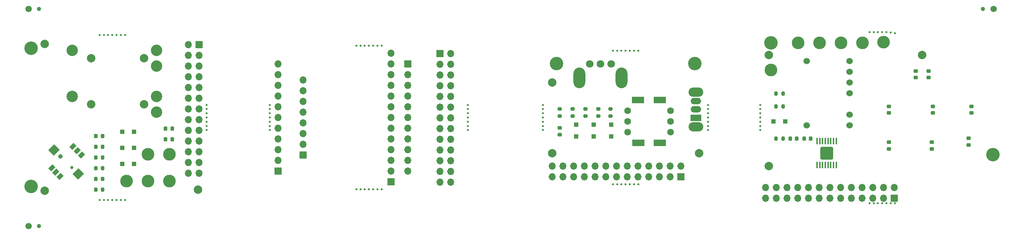
<source format=gts>
G04 #@! TF.GenerationSoftware,KiCad,Pcbnew,7.0.9*
G04 #@! TF.CreationDate,2024-12-23T13:01:39-05:00*
G04 #@! TF.ProjectId,pods_panel,706f6473-5f70-4616-9e65-6c2e6b696361,rev?*
G04 #@! TF.SameCoordinates,Original*
G04 #@! TF.FileFunction,Soldermask,Top*
G04 #@! TF.FilePolarity,Negative*
%FSLAX46Y46*%
G04 Gerber Fmt 4.6, Leading zero omitted, Abs format (unit mm)*
G04 Created by KiCad (PCBNEW 7.0.9) date 2024-12-23 13:01:39*
%MOMM*%
%LPD*%
G01*
G04 APERTURE LIST*
G04 Aperture macros list*
%AMRoundRect*
0 Rectangle with rounded corners*
0 $1 Rounding radius*
0 $2 $3 $4 $5 $6 $7 $8 $9 X,Y pos of 4 corners*
0 Add a 4 corners polygon primitive as box body*
4,1,4,$2,$3,$4,$5,$6,$7,$8,$9,$2,$3,0*
0 Add four circle primitives for the rounded corners*
1,1,$1+$1,$2,$3*
1,1,$1+$1,$4,$5*
1,1,$1+$1,$6,$7*
1,1,$1+$1,$8,$9*
0 Add four rect primitives between the rounded corners*
20,1,$1+$1,$2,$3,$4,$5,0*
20,1,$1+$1,$4,$5,$6,$7,0*
20,1,$1+$1,$6,$7,$8,$9,0*
20,1,$1+$1,$8,$9,$2,$3,0*%
%AMRotRect*
0 Rectangle, with rotation*
0 The origin of the aperture is its center*
0 $1 length*
0 $2 width*
0 $3 Rotation angle, in degrees counterclockwise*
0 Add horizontal line*
21,1,$1,$2,0,0,$3*%
G04 Aperture macros list end*
%ADD10C,0.500000*%
%ADD11C,2.000000*%
%ADD12RoundRect,0.218750X-0.256250X0.218750X-0.256250X-0.218750X0.256250X-0.218750X0.256250X0.218750X0*%
%ADD13C,1.000000*%
%ADD14R,1.100000X1.100000*%
%ADD15C,3.000000*%
%ADD16C,3.200000*%
%ADD17RoundRect,0.200000X-0.200000X-0.275000X0.200000X-0.275000X0.200000X0.275000X-0.200000X0.275000X0*%
%ADD18RoundRect,0.200000X0.200000X0.275000X-0.200000X0.275000X-0.200000X-0.275000X0.200000X-0.275000X0*%
%ADD19R,1.700000X1.700000*%
%ADD20O,1.700000X1.700000*%
%ADD21RoundRect,0.225000X0.225000X0.250000X-0.225000X0.250000X-0.225000X-0.250000X0.225000X-0.250000X0*%
%ADD22O,2.800000X4.900000*%
%ADD23C,1.800000*%
%ADD24RoundRect,0.218750X0.218750X0.256250X-0.218750X0.256250X-0.218750X-0.256250X0.218750X-0.256250X0*%
%ADD25R,3.000000X1.500000*%
%ADD26C,1.600000*%
%ADD27C,1.500000*%
%ADD28RoundRect,0.100000X0.100000X-0.675000X0.100000X0.675000X-0.100000X0.675000X-0.100000X-0.675000X0*%
%ADD29RoundRect,0.249999X1.250001X-1.250001X1.250001X1.250001X-1.250001X1.250001X-1.250001X-1.250001X0*%
%ADD30RoundRect,0.200000X-0.275000X0.200000X-0.275000X-0.200000X0.275000X-0.200000X0.275000X0.200000X0*%
%ADD31C,2.700000*%
%ADD32RoundRect,0.200000X0.275000X-0.200000X0.275000X0.200000X-0.275000X0.200000X-0.275000X-0.200000X0*%
%ADD33RoundRect,0.225000X-0.225000X-0.250000X0.225000X-0.250000X0.225000X0.250000X-0.225000X0.250000X0*%
%ADD34RoundRect,0.225000X-0.250000X0.225000X-0.250000X-0.225000X0.250000X-0.225000X0.250000X0.225000X0*%
%ADD35O,3.500000X2.200000*%
%ADD36R,2.500000X1.500000*%
%ADD37O,2.500000X1.500000*%
%ADD38C,1.524000*%
%ADD39RotRect,2.000000X1.800000X225.000000*%
%ADD40C,0.750000*%
%ADD41C,1.050000*%
%ADD42RotRect,1.350000X1.000000X225.000000*%
G04 APERTURE END LIST*
D10*
G04 #@! TO.C,KiKit_MB_3_2*
X238413444Y-68555410D03*
G04 #@! TD*
D11*
G04 #@! TO.C,FID3*
X245874944Y-33461410D03*
G04 #@! TD*
D12*
G04 #@! TO.C,D7*
X248160944Y-54136910D03*
X248160944Y-55711910D03*
G04 #@! TD*
D10*
G04 #@! TO.C,KiKit_MB_3_3*
X237413444Y-68555410D03*
G04 #@! TD*
D13*
G04 #@! TO.C,KiKit_FID_T_1*
X36694056Y-22500000D03*
G04 #@! TD*
D10*
G04 #@! TO.C,KiKit_MB_13_4*
X175625066Y-32404033D03*
G04 #@! TD*
G04 #@! TO.C,KiKit_MB_5_4*
X138285811Y-48274533D03*
G04 #@! TD*
G04 #@! TO.C,KiKit_MB_3_6*
X234413444Y-68555410D03*
G04 #@! TD*
D14*
G04 #@! TO.C,TVS4*
X163966566Y-50003033D03*
X163966566Y-52803033D03*
G04 #@! TD*
D10*
G04 #@! TO.C,KiKit_MB_11_6*
X156092566Y-46274533D03*
G04 #@! TD*
G04 #@! TO.C,KiKit_MB_10_4*
X54041556Y-67807033D03*
G04 #@! TD*
G04 #@! TO.C,KiKit_MB_2_5*
X237419334Y-28067067D03*
G04 #@! TD*
G04 #@! TO.C,KiKit_MB_6_4*
X114833311Y-31282033D03*
G04 #@! TD*
G04 #@! TO.C,KiKit_MB_11_4*
X156092566Y-48274533D03*
G04 #@! TD*
G04 #@! TO.C,KiKit_MB_9_2*
X52041556Y-28742033D03*
G04 #@! TD*
D15*
G04 #@! TO.C,KEY*
X231777944Y-30540410D03*
G04 #@! TD*
D10*
G04 #@! TO.C,KiKit_MB_7_2*
X116833311Y-65267033D03*
G04 #@! TD*
D16*
G04 #@! TO.C,H6*
X262638944Y-57083410D03*
G04 #@! TD*
D17*
G04 #@! TO.C,R12*
X211267944Y-53273410D03*
X212917944Y-53273410D03*
G04 #@! TD*
D10*
G04 #@! TO.C,KiKit_MB_1_1*
X207520944Y-51274533D03*
G04 #@! TD*
D18*
G04 #@! TO.C,R4*
X51772056Y-60314033D03*
X50122056Y-60314033D03*
G04 #@! TD*
D10*
G04 #@! TO.C,KiKit_MB_2_6*
X238417538Y-28149018D03*
G04 #@! TD*
D19*
G04 #@! TO.C,J8*
X239270944Y-67370410D03*
D20*
X239270944Y-64830410D03*
X236730944Y-67370410D03*
X236730944Y-64830410D03*
X234190944Y-67370410D03*
X234190944Y-64830410D03*
X231650944Y-67370410D03*
X231650944Y-64830410D03*
X229110944Y-67370410D03*
X229110944Y-64830410D03*
X226570944Y-67370410D03*
X226570944Y-64830410D03*
X224030944Y-67370410D03*
X224030944Y-64830410D03*
X221490944Y-67370410D03*
X221490944Y-64830410D03*
X218950944Y-67370410D03*
X218950944Y-64830410D03*
X216410944Y-67370410D03*
X216410944Y-64830410D03*
X213870944Y-67370410D03*
X213870944Y-64830410D03*
X211330944Y-67370410D03*
X211330944Y-64830410D03*
X208790944Y-67370410D03*
X208790944Y-64830410D03*
G04 #@! TD*
D10*
G04 #@! TO.C,KiKit_MB_14_7*
X172625066Y-64145033D03*
G04 #@! TD*
G04 #@! TO.C,KiKit_MB_4_5*
X91380811Y-47274533D03*
G04 #@! TD*
D19*
G04 #@! TO.C,J5*
X93285811Y-60949033D03*
D20*
X93285811Y-58409033D03*
X93285811Y-55869033D03*
X93285811Y-53329033D03*
X93285811Y-50789033D03*
X93285811Y-48249033D03*
X93285811Y-45709033D03*
X93285811Y-43169033D03*
X93285811Y-40629033D03*
X93285811Y-38089033D03*
X93285811Y-35549033D03*
G04 #@! TD*
D15*
G04 #@! TO.C,3V3*
X67584056Y-57012033D03*
G04 #@! TD*
D10*
G04 #@! TO.C,KiKit_MB_4_6*
X91380811Y-46274533D03*
G04 #@! TD*
G04 #@! TO.C,KiKit_MB_7_5*
X113833311Y-65267033D03*
G04 #@! TD*
G04 #@! TO.C,KiKit_MB_12_4*
X195157566Y-48274533D03*
G04 #@! TD*
D18*
G04 #@! TO.C,R5*
X51772056Y-62854033D03*
X50122056Y-62854033D03*
G04 #@! TD*
D10*
G04 #@! TO.C,KiKit_MB_14_1*
X178625066Y-64145033D03*
G04 #@! TD*
D21*
G04 #@! TO.C,C3*
X68232056Y-53456033D03*
X66682056Y-53456033D03*
G04 #@! TD*
D10*
G04 #@! TO.C,KiKit_MB_6_1*
X111833311Y-31282033D03*
G04 #@! TD*
D12*
G04 #@! TO.C,D6*
X238000944Y-54136910D03*
X238000944Y-55711910D03*
G04 #@! TD*
G04 #@! TO.C,D3*
X238000944Y-45627910D03*
X238000944Y-47202910D03*
G04 #@! TD*
D22*
G04 #@! TO.C,RV3*
X164681566Y-38907033D03*
X174681566Y-38907033D03*
D23*
X172181566Y-35607033D03*
X169681566Y-35607033D03*
X167181566Y-35607033D03*
G04 #@! TD*
D10*
G04 #@! TO.C,KiKit_MB_9_4*
X54041556Y-28742033D03*
G04 #@! TD*
G04 #@! TO.C,KiKit_MB_12_3*
X195157566Y-47274533D03*
G04 #@! TD*
G04 #@! TO.C,KiKit_MB_5_3*
X138285811Y-47274533D03*
G04 #@! TD*
D19*
G04 #@! TO.C,J1*
X131639811Y-33136033D03*
D20*
X134179811Y-33136033D03*
X131639811Y-35676033D03*
X134179811Y-35676033D03*
X131639811Y-38216033D03*
X134179811Y-38216033D03*
X131639811Y-40756033D03*
X134179811Y-40756033D03*
X131639811Y-43296033D03*
X134179811Y-43296033D03*
X131639811Y-45836033D03*
X134179811Y-45836033D03*
X131639811Y-48376033D03*
X134179811Y-48376033D03*
X131639811Y-50916033D03*
X134179811Y-50916033D03*
X131639811Y-53456033D03*
X134179811Y-53456033D03*
X131639811Y-55996033D03*
X134179811Y-55996033D03*
X131639811Y-58536033D03*
X134179811Y-58536033D03*
X131639811Y-61076033D03*
X134179811Y-61076033D03*
X131639811Y-63616033D03*
X134179811Y-63616033D03*
G04 #@! TD*
D11*
G04 #@! TO.C,FID1*
X74315056Y-65394033D03*
G04 #@! TD*
D10*
G04 #@! TO.C,KiKit_MB_8_5*
X76389056Y-49274533D03*
G04 #@! TD*
D15*
G04 #@! TO.C,BRAKE*
X57424056Y-63362033D03*
G04 #@! TD*
D24*
G04 #@! TO.C,R1*
X51734556Y-52694033D03*
X50159556Y-52694033D03*
G04 #@! TD*
D10*
G04 #@! TO.C,KiKit_MB_2_4*
X236419086Y-28009571D03*
G04 #@! TD*
G04 #@! TO.C,KiKit_MB_3_5*
X235413444Y-68555410D03*
G04 #@! TD*
G04 #@! TO.C,KiKit_MB_1_5*
X207520944Y-47274533D03*
G04 #@! TD*
D25*
G04 #@! TO.C,SW3*
X183778566Y-54324033D03*
X183778566Y-44164033D03*
X178698566Y-54324033D03*
X178588566Y-44164033D03*
D26*
X186318566Y-51784033D03*
X176158566Y-51784033D03*
X186318566Y-49244033D03*
X176158566Y-49244033D03*
X186318566Y-46704033D03*
X176158566Y-46704033D03*
G04 #@! TD*
D10*
G04 #@! TO.C,KiKit_MB_10_1*
X57041556Y-67807033D03*
G04 #@! TD*
D12*
G04 #@! TO.C,D8*
X256923944Y-53197110D03*
X256923944Y-54772110D03*
G04 #@! TD*
D16*
G04 #@! TO.C,H2*
X34818056Y-31866033D03*
G04 #@! TD*
D11*
G04 #@! TO.C,FID2*
X209552944Y-33461410D03*
G04 #@! TD*
D10*
G04 #@! TO.C,KiKit_MB_14_5*
X174625066Y-64145033D03*
G04 #@! TD*
D27*
G04 #@! TO.C,KiKit_TO_3*
X34194056Y-74055410D03*
G04 #@! TD*
D10*
G04 #@! TO.C,KiKit_MB_6_6*
X116833311Y-31282033D03*
G04 #@! TD*
G04 #@! TO.C,KiKit_MB_11_7*
X156092566Y-45274533D03*
G04 #@! TD*
D12*
G04 #@! TO.C,D4*
X248414944Y-45627910D03*
X248414944Y-47202910D03*
G04 #@! TD*
D16*
G04 #@! TO.C,H3*
X159267566Y-35528033D03*
G04 #@! TD*
D10*
G04 #@! TO.C,KiKit_MB_11_5*
X156092566Y-47274533D03*
G04 #@! TD*
D15*
G04 #@! TO.C,OE*
X236730944Y-30413410D03*
G04 #@! TD*
D10*
G04 #@! TO.C,KiKit_MB_12_2*
X195157566Y-46274533D03*
G04 #@! TD*
D28*
G04 #@! TO.C,U1*
X220993944Y-59577410D03*
X221643944Y-59577410D03*
X222293944Y-59577410D03*
X222943944Y-59577410D03*
X223593944Y-59577410D03*
X224243944Y-59577410D03*
X224893944Y-59577410D03*
X225543944Y-59577410D03*
X225543944Y-53827410D03*
X224893944Y-53827410D03*
X224243944Y-53827410D03*
X223593944Y-53827410D03*
X222943944Y-53827410D03*
X222293944Y-53827410D03*
X221643944Y-53827410D03*
X220993944Y-53827410D03*
D29*
X223268944Y-56702410D03*
G04 #@! TD*
D15*
G04 #@! TO.C,ACCEL*
X62504056Y-63362033D03*
G04 #@! TD*
D17*
G04 #@! TO.C,R14*
X211267944Y-45653410D03*
X212917944Y-45653410D03*
G04 #@! TD*
D10*
G04 #@! TO.C,KiKit_MB_13_5*
X176625066Y-32404033D03*
G04 #@! TD*
G04 #@! TO.C,KiKit_MB_7_7*
X111833311Y-65267033D03*
G04 #@! TD*
D27*
G04 #@! TO.C,KiKit_TO_2*
X262805944Y-22500000D03*
G04 #@! TD*
D15*
G04 #@! TO.C,LE*
X226697944Y-30540410D03*
G04 #@! TD*
D10*
G04 #@! TO.C,KiKit_MB_2_2*
X234415344Y-28000007D03*
G04 #@! TD*
G04 #@! TO.C,KiKit_MB_12_6*
X195157566Y-50274533D03*
G04 #@! TD*
G04 #@! TO.C,KiKit_MB_11_1*
X156092566Y-51274533D03*
G04 #@! TD*
G04 #@! TO.C,KiKit_MB_4_2*
X91380811Y-50274533D03*
G04 #@! TD*
D30*
G04 #@! TO.C,R10*
X169173566Y-46260033D03*
X169173566Y-47910033D03*
G04 #@! TD*
D12*
G04 #@! TO.C,D2*
X247398944Y-37245910D03*
X247398944Y-38820910D03*
G04 #@! TD*
D10*
G04 #@! TO.C,KiKit_MB_13_2*
X173625066Y-32404033D03*
G04 #@! TD*
G04 #@! TO.C,KiKit_MB_5_5*
X138285811Y-49274533D03*
G04 #@! TD*
G04 #@! TO.C,KiKit_MB_10_7*
X51041556Y-67807033D03*
G04 #@! TD*
G04 #@! TO.C,KiKit_MB_8_4*
X76389056Y-48274533D03*
G04 #@! TD*
D19*
G04 #@! TO.C,J2*
X124019811Y-35549033D03*
D20*
X124019811Y-38089033D03*
X124019811Y-40629033D03*
X124019811Y-43169033D03*
X124019811Y-45709033D03*
X124019811Y-48249033D03*
X124019811Y-50789033D03*
X124019811Y-53329033D03*
X124019811Y-55869033D03*
X124019811Y-58409033D03*
X124019811Y-60949033D03*
G04 #@! TD*
D16*
G04 #@! TO.C,H5*
X210060944Y-30540410D03*
G04 #@! TD*
D10*
G04 #@! TO.C,KiKit_MB_6_7*
X117833311Y-31282033D03*
G04 #@! TD*
G04 #@! TO.C,KiKit_MB_7_3*
X115833311Y-65267033D03*
G04 #@! TD*
G04 #@! TO.C,KiKit_MB_6_5*
X115833311Y-31282033D03*
G04 #@! TD*
D15*
G04 #@! TO.C,GND*
X210060944Y-37017410D03*
G04 #@! TD*
D16*
G04 #@! TO.C,H4*
X192033566Y-35528033D03*
G04 #@! TD*
D11*
G04 #@! TO.C,RV2*
X61567056Y-34249033D03*
X49067056Y-34249033D03*
D31*
X64567056Y-32374033D03*
X64567056Y-36124033D03*
X44567056Y-32374033D03*
G04 #@! TD*
D10*
G04 #@! TO.C,KiKit_MB_13_3*
X174625066Y-32404033D03*
G04 #@! TD*
G04 #@! TO.C,KiKit_MB_14_2*
X177625066Y-64145033D03*
G04 #@! TD*
G04 #@! TO.C,KiKit_MB_8_1*
X76389056Y-45274533D03*
G04 #@! TD*
D17*
G04 #@! TO.C,R13*
X211267944Y-42605410D03*
X212917944Y-42605410D03*
G04 #@! TD*
D10*
G04 #@! TO.C,KiKit_MB_3_4*
X236413444Y-68555410D03*
G04 #@! TD*
G04 #@! TO.C,KiKit_MB_1_3*
X207520944Y-49274533D03*
G04 #@! TD*
D14*
G04 #@! TO.C,TVS5*
X168094066Y-50003033D03*
X168094066Y-52803033D03*
G04 #@! TD*
D32*
G04 #@! TO.C,R8*
X163077566Y-47910033D03*
X163077566Y-46260033D03*
G04 #@! TD*
D10*
G04 #@! TO.C,KiKit_MB_1_7*
X207520944Y-45274533D03*
G04 #@! TD*
D14*
G04 #@! TO.C,TVS7*
X213492944Y-49209410D03*
X210692944Y-49209410D03*
G04 #@! TD*
D10*
G04 #@! TO.C,KiKit_MB_3_1*
X239413444Y-68555410D03*
G04 #@! TD*
D11*
G04 #@! TO.C,RV1*
X61567056Y-45171033D03*
X49067056Y-45171033D03*
D31*
X64567056Y-43296033D03*
X64567056Y-47046033D03*
X44567056Y-43296033D03*
G04 #@! TD*
D10*
G04 #@! TO.C,KiKit_MB_13_1*
X172625066Y-32404033D03*
G04 #@! TD*
D33*
G04 #@! TO.C,C2*
X66682056Y-50916033D03*
X68232056Y-50916033D03*
G04 #@! TD*
D10*
G04 #@! TO.C,KiKit_MB_5_2*
X138285811Y-46274533D03*
G04 #@! TD*
D34*
G04 #@! TO.C,C4*
X160029566Y-50755033D03*
X160029566Y-52305033D03*
G04 #@! TD*
D10*
G04 #@! TO.C,KiKit_MB_4_3*
X91380811Y-49274533D03*
G04 #@! TD*
G04 #@! TO.C,KiKit_MB_4_7*
X91380811Y-45274533D03*
G04 #@! TD*
G04 #@! TO.C,KiKit_MB_4_4*
X91380811Y-48274533D03*
G04 #@! TD*
D12*
G04 #@! TO.C,D1*
X244350944Y-37245910D03*
X244350944Y-38820910D03*
G04 #@! TD*
D10*
G04 #@! TO.C,KiKit_MB_10_6*
X52041556Y-67807033D03*
G04 #@! TD*
D15*
G04 #@! TO.C,MOSI*
X216537944Y-30540410D03*
G04 #@! TD*
D10*
G04 #@! TO.C,KiKit_MB_2_1*
X233413444Y-28000023D03*
G04 #@! TD*
G04 #@! TO.C,KiKit_MB_9_3*
X53041556Y-28742033D03*
G04 #@! TD*
D14*
G04 #@! TO.C,TVS2*
X56405056Y-59298033D03*
X59205056Y-59298033D03*
G04 #@! TD*
D10*
G04 #@! TO.C,KiKit_MB_12_1*
X195157566Y-45274533D03*
G04 #@! TD*
G04 #@! TO.C,KiKit_MB_8_3*
X76389056Y-47274533D03*
G04 #@! TD*
G04 #@! TO.C,KiKit_MB_6_2*
X112833311Y-31282033D03*
G04 #@! TD*
D15*
G04 #@! TO.C,SCK*
X221617944Y-30540410D03*
G04 #@! TD*
D14*
G04 #@! TO.C,TVS1*
X56405056Y-55488033D03*
X59205056Y-55488033D03*
G04 #@! TD*
D15*
G04 #@! TO.C,GND*
X62504056Y-57012033D03*
G04 #@! TD*
D10*
G04 #@! TO.C,KiKit_MB_13_7*
X178625066Y-32404033D03*
G04 #@! TD*
G04 #@! TO.C,KiKit_MB_11_2*
X156092566Y-50274533D03*
G04 #@! TD*
D13*
G04 #@! TO.C,KiKit_FID_T_2*
X260305944Y-22500000D03*
G04 #@! TD*
D10*
G04 #@! TO.C,KiKit_MB_12_5*
X195157566Y-49274533D03*
G04 #@! TD*
D35*
G04 #@! TO.C,SW2*
X192287566Y-50455033D03*
X192287566Y-42255033D03*
D36*
X192287566Y-48355033D03*
D37*
X192287566Y-46355033D03*
X192287566Y-44355033D03*
G04 #@! TD*
D10*
G04 #@! TO.C,KiKit_MB_7_4*
X114833311Y-65267033D03*
G04 #@! TD*
G04 #@! TO.C,KiKit_MB_9_1*
X51041556Y-28742033D03*
G04 #@! TD*
D11*
G04 #@! TO.C,FID3*
X37993056Y-30850033D03*
G04 #@! TD*
D27*
G04 #@! TO.C,KiKit_TO_1*
X34194056Y-22500000D03*
G04 #@! TD*
D11*
G04 #@! TO.C,FID3*
X158251566Y-56737033D03*
G04 #@! TD*
D17*
G04 #@! TO.C,R2*
X50122056Y-55234033D03*
X51772056Y-55234033D03*
G04 #@! TD*
D19*
G04 #@! TO.C,J3*
X120082811Y-63489033D03*
D20*
X120082811Y-60949033D03*
X120082811Y-58409033D03*
X120082811Y-55869033D03*
X120082811Y-53329033D03*
X120082811Y-50789033D03*
X120082811Y-48249033D03*
X120082811Y-45709033D03*
X120082811Y-43169033D03*
X120082811Y-40629033D03*
X120082811Y-38089033D03*
X120082811Y-35549033D03*
X120082811Y-33009033D03*
G04 #@! TD*
D10*
G04 #@! TO.C,KiKit_MB_5_1*
X138285811Y-45274533D03*
G04 #@! TD*
G04 #@! TO.C,KiKit_MB_10_2*
X56041556Y-67807033D03*
G04 #@! TD*
D14*
G04 #@! TO.C,TVS6*
X172221566Y-50003033D03*
X172221566Y-52803033D03*
G04 #@! TD*
D10*
G04 #@! TO.C,KiKit_MB_14_6*
X173625066Y-64145033D03*
G04 #@! TD*
D17*
G04 #@! TO.C,R3*
X50122056Y-57774033D03*
X51772056Y-57774033D03*
G04 #@! TD*
D10*
G04 #@! TO.C,KiKit_MB_1_2*
X207520944Y-50274533D03*
G04 #@! TD*
G04 #@! TO.C,KiKit_MB_7_1*
X117833311Y-65267033D03*
G04 #@! TD*
G04 #@! TO.C,KiKit_MB_8_2*
X76389056Y-46274533D03*
G04 #@! TD*
G04 #@! TO.C,KiKit_MB_2_7*
X239413444Y-28258448D03*
G04 #@! TD*
D19*
G04 #@! TO.C,J6*
X74569056Y-30977033D03*
D20*
X72029056Y-30977033D03*
X74569056Y-33517033D03*
X72029056Y-33517033D03*
X74569056Y-36057033D03*
X72029056Y-36057033D03*
X74569056Y-38597033D03*
X72029056Y-38597033D03*
X74569056Y-41137033D03*
X72029056Y-41137033D03*
X74569056Y-43677033D03*
X72029056Y-43677033D03*
X74569056Y-46217033D03*
X72029056Y-46217033D03*
X74569056Y-48757033D03*
X72029056Y-48757033D03*
X74569056Y-51297033D03*
X72029056Y-51297033D03*
X74569056Y-53837033D03*
X72029056Y-53837033D03*
X74569056Y-56377033D03*
X72029056Y-56377033D03*
X74569056Y-58917033D03*
X72029056Y-58917033D03*
X74569056Y-61457033D03*
X72029056Y-61457033D03*
G04 #@! TD*
D10*
G04 #@! TO.C,KiKit_MB_14_3*
X176625066Y-64145033D03*
G04 #@! TD*
G04 #@! TO.C,KiKit_MB_13_6*
X177625066Y-32404033D03*
G04 #@! TD*
G04 #@! TO.C,KiKit_MB_1_6*
X207520944Y-46274533D03*
G04 #@! TD*
G04 #@! TO.C,KiKit_MB_14_4*
X175625066Y-64145033D03*
G04 #@! TD*
G04 #@! TO.C,KiKit_MB_3_7*
X233413444Y-68555410D03*
G04 #@! TD*
D32*
G04 #@! TO.C,R9*
X166125566Y-47910033D03*
X166125566Y-46260033D03*
G04 #@! TD*
D10*
G04 #@! TO.C,KiKit_MB_2_3*
X235417236Y-28003085D03*
G04 #@! TD*
D30*
G04 #@! TO.C,R7*
X160029566Y-46260033D03*
X160029566Y-47910033D03*
G04 #@! TD*
D10*
G04 #@! TO.C,KiKit_MB_11_3*
X156092566Y-49274533D03*
G04 #@! TD*
G04 #@! TO.C,KiKit_MB_6_3*
X113833311Y-31282033D03*
G04 #@! TD*
D11*
G04 #@! TO.C,FID1*
X158251566Y-39973033D03*
G04 #@! TD*
D10*
G04 #@! TO.C,KiKit_MB_8_7*
X76389056Y-51274533D03*
G04 #@! TD*
D15*
G04 #@! TO.C,SHIFT*
X67584056Y-63362033D03*
G04 #@! TD*
D14*
G04 #@! TO.C,TVS3*
X56405056Y-51678033D03*
X59205056Y-51678033D03*
G04 #@! TD*
D38*
G04 #@! TO.C,SW4*
X218569944Y-34858410D03*
X218569944Y-50098410D03*
X228729944Y-34858410D03*
X228729944Y-50098410D03*
X228729944Y-37398410D03*
X228729944Y-39938410D03*
X228729944Y-42478410D03*
X228729944Y-47558410D03*
G04 #@! TD*
D11*
G04 #@! TO.C,FID2*
X193049566Y-56737033D03*
G04 #@! TD*
D10*
G04 #@! TO.C,KiKit_MB_9_5*
X55041556Y-28742033D03*
G04 #@! TD*
G04 #@! TO.C,KiKit_MB_4_1*
X91380811Y-51274533D03*
G04 #@! TD*
G04 #@! TO.C,KiKit_MB_10_5*
X53041556Y-67807033D03*
G04 #@! TD*
G04 #@! TO.C,KiKit_MB_9_7*
X57041556Y-28742033D03*
G04 #@! TD*
D32*
G04 #@! TO.C,R11*
X172094566Y-47910033D03*
X172094566Y-46260033D03*
G04 #@! TD*
D10*
G04 #@! TO.C,KiKit_MB_9_6*
X56041556Y-28742033D03*
G04 #@! TD*
D13*
G04 #@! TO.C,KiKit_FID_T_3*
X36694056Y-74055410D03*
G04 #@! TD*
D10*
G04 #@! TO.C,KiKit_MB_10_3*
X55041556Y-67807033D03*
G04 #@! TD*
D19*
G04 #@! TO.C,J4*
X99254811Y-57139033D03*
D20*
X99254811Y-54599033D03*
X99254811Y-52059033D03*
X99254811Y-49519033D03*
X99254811Y-46979033D03*
X99254811Y-44439033D03*
X99254811Y-41899033D03*
X99254811Y-39359033D03*
G04 #@! TD*
D10*
G04 #@! TO.C,KiKit_MB_5_7*
X138285811Y-51274533D03*
G04 #@! TD*
D19*
G04 #@! TO.C,J7*
X188731566Y-62325033D03*
D20*
X188731566Y-59785033D03*
X186191566Y-62325033D03*
X186191566Y-59785033D03*
X183651566Y-62325033D03*
X183651566Y-59785033D03*
X181111566Y-62325033D03*
X181111566Y-59785033D03*
X178571566Y-62325033D03*
X178571566Y-59785033D03*
X176031566Y-62325033D03*
X176031566Y-59785033D03*
X173491566Y-62325033D03*
X173491566Y-59785033D03*
X170951566Y-62325033D03*
X170951566Y-59785033D03*
X168411566Y-62325033D03*
X168411566Y-59785033D03*
X165871566Y-62325033D03*
X165871566Y-59785033D03*
X163331566Y-62325033D03*
X163331566Y-59785033D03*
X160791566Y-62325033D03*
X160791566Y-59785033D03*
X158251566Y-62325033D03*
X158251566Y-59785033D03*
G04 #@! TD*
D10*
G04 #@! TO.C,KiKit_MB_12_7*
X195157566Y-51274533D03*
G04 #@! TD*
G04 #@! TO.C,KiKit_MB_8_6*
X76389056Y-50274533D03*
G04 #@! TD*
D16*
G04 #@! TO.C,H1*
X34818056Y-64632033D03*
G04 #@! TD*
D39*
G04 #@! TO.C,SW1*
X45972194Y-61689171D03*
D40*
X44451914Y-60168891D03*
D41*
X41764908Y-57481885D03*
D39*
X40244629Y-55961606D03*
D42*
X46750011Y-57163687D03*
X45742384Y-56156060D03*
X44734757Y-55148433D03*
X41694198Y-62219501D03*
X40686571Y-61211874D03*
X39678943Y-60204247D03*
G04 #@! TD*
D10*
G04 #@! TO.C,KiKit_MB_1_4*
X207520944Y-48274533D03*
G04 #@! TD*
D11*
G04 #@! TO.C,FID2*
X37993056Y-65648033D03*
G04 #@! TD*
D24*
G04 #@! TO.C,C1*
X219484444Y-53273410D03*
X217909444Y-53273410D03*
G04 #@! TD*
G04 #@! TO.C,R15*
X216182444Y-53273410D03*
X214607444Y-53273410D03*
G04 #@! TD*
D10*
G04 #@! TO.C,KiKit_MB_7_6*
X112833311Y-65267033D03*
G04 #@! TD*
D11*
G04 #@! TO.C,FID1*
X209552944Y-59750410D03*
G04 #@! TD*
D10*
G04 #@! TO.C,KiKit_MB_5_6*
X138285811Y-50274533D03*
G04 #@! TD*
D12*
G04 #@! TO.C,D5*
X257558944Y-45627910D03*
X257558944Y-47202910D03*
G04 #@! TD*
D17*
G04 #@! TO.C,R6*
X50122056Y-65394033D03*
X51772056Y-65394033D03*
G04 #@! TD*
M02*

</source>
